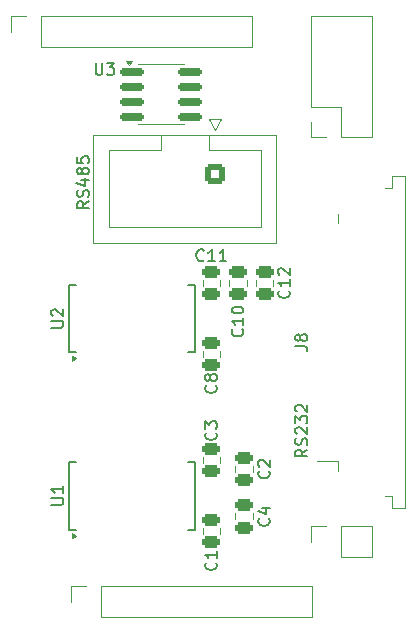
<source format=gto>
G04 #@! TF.GenerationSoftware,KiCad,Pcbnew,8.0.5*
G04 #@! TF.CreationDate,2024-09-14T16:10:14+01:00*
G04 #@! TF.ProjectId,DataShield,44617461-5368-4696-956c-642e6b696361,rev?*
G04 #@! TF.SameCoordinates,Original*
G04 #@! TF.FileFunction,Legend,Top*
G04 #@! TF.FilePolarity,Positive*
%FSLAX46Y46*%
G04 Gerber Fmt 4.6, Leading zero omitted, Abs format (unit mm)*
G04 Created by KiCad (PCBNEW 8.0.5) date 2024-09-14 16:10:14*
%MOMM*%
%LPD*%
G01*
G04 APERTURE LIST*
G04 Aperture macros list*
%AMRoundRect*
0 Rectangle with rounded corners*
0 $1 Rounding radius*
0 $2 $3 $4 $5 $6 $7 $8 $9 X,Y pos of 4 corners*
0 Add a 4 corners polygon primitive as box body*
4,1,4,$2,$3,$4,$5,$6,$7,$8,$9,$2,$3,0*
0 Add four circle primitives for the rounded corners*
1,1,$1+$1,$2,$3*
1,1,$1+$1,$4,$5*
1,1,$1+$1,$6,$7*
1,1,$1+$1,$8,$9*
0 Add four rect primitives between the rounded corners*
20,1,$1+$1,$2,$3,$4,$5,0*
20,1,$1+$1,$4,$5,$6,$7,0*
20,1,$1+$1,$6,$7,$8,$9,0*
20,1,$1+$1,$8,$9,$2,$3,0*%
G04 Aperture macros list end*
%ADD10C,0.150000*%
%ADD11C,0.120000*%
%ADD12R,1.700000X1.700000*%
%ADD13O,1.700000X1.700000*%
%ADD14R,2.000000X0.610000*%
%ADD15R,3.600000X2.680000*%
%ADD16C,3.200000*%
%ADD17RoundRect,0.250000X0.475000X-0.250000X0.475000X0.250000X-0.475000X0.250000X-0.475000X-0.250000X0*%
%ADD18RoundRect,0.250000X-0.475000X0.250000X-0.475000X-0.250000X0.475000X-0.250000X0.475000X0.250000X0*%
%ADD19RoundRect,0.150000X-0.825000X-0.150000X0.825000X-0.150000X0.825000X0.150000X-0.825000X0.150000X0*%
%ADD20RoundRect,0.250000X-0.600000X0.600000X-0.600000X-0.600000X0.600000X-0.600000X0.600000X0.600000X0*%
%ADD21C,1.700000*%
%ADD22R,0.450000X1.750000*%
G04 APERTURE END LIST*
D10*
X192369819Y-84591792D02*
X191893628Y-84925125D01*
X192369819Y-85163220D02*
X191369819Y-85163220D01*
X191369819Y-85163220D02*
X191369819Y-84782268D01*
X191369819Y-84782268D02*
X191417438Y-84687030D01*
X191417438Y-84687030D02*
X191465057Y-84639411D01*
X191465057Y-84639411D02*
X191560295Y-84591792D01*
X191560295Y-84591792D02*
X191703152Y-84591792D01*
X191703152Y-84591792D02*
X191798390Y-84639411D01*
X191798390Y-84639411D02*
X191846009Y-84687030D01*
X191846009Y-84687030D02*
X191893628Y-84782268D01*
X191893628Y-84782268D02*
X191893628Y-85163220D01*
X192322200Y-84210839D02*
X192369819Y-84067982D01*
X192369819Y-84067982D02*
X192369819Y-83829887D01*
X192369819Y-83829887D02*
X192322200Y-83734649D01*
X192322200Y-83734649D02*
X192274580Y-83687030D01*
X192274580Y-83687030D02*
X192179342Y-83639411D01*
X192179342Y-83639411D02*
X192084104Y-83639411D01*
X192084104Y-83639411D02*
X191988866Y-83687030D01*
X191988866Y-83687030D02*
X191941247Y-83734649D01*
X191941247Y-83734649D02*
X191893628Y-83829887D01*
X191893628Y-83829887D02*
X191846009Y-84020363D01*
X191846009Y-84020363D02*
X191798390Y-84115601D01*
X191798390Y-84115601D02*
X191750771Y-84163220D01*
X191750771Y-84163220D02*
X191655533Y-84210839D01*
X191655533Y-84210839D02*
X191560295Y-84210839D01*
X191560295Y-84210839D02*
X191465057Y-84163220D01*
X191465057Y-84163220D02*
X191417438Y-84115601D01*
X191417438Y-84115601D02*
X191369819Y-84020363D01*
X191369819Y-84020363D02*
X191369819Y-83782268D01*
X191369819Y-83782268D02*
X191417438Y-83639411D01*
X191465057Y-83258458D02*
X191417438Y-83210839D01*
X191417438Y-83210839D02*
X191369819Y-83115601D01*
X191369819Y-83115601D02*
X191369819Y-82877506D01*
X191369819Y-82877506D02*
X191417438Y-82782268D01*
X191417438Y-82782268D02*
X191465057Y-82734649D01*
X191465057Y-82734649D02*
X191560295Y-82687030D01*
X191560295Y-82687030D02*
X191655533Y-82687030D01*
X191655533Y-82687030D02*
X191798390Y-82734649D01*
X191798390Y-82734649D02*
X192369819Y-83306077D01*
X192369819Y-83306077D02*
X192369819Y-82687030D01*
X191369819Y-82353696D02*
X191369819Y-81734649D01*
X191369819Y-81734649D02*
X191750771Y-82067982D01*
X191750771Y-82067982D02*
X191750771Y-81925125D01*
X191750771Y-81925125D02*
X191798390Y-81829887D01*
X191798390Y-81829887D02*
X191846009Y-81782268D01*
X191846009Y-81782268D02*
X191941247Y-81734649D01*
X191941247Y-81734649D02*
X192179342Y-81734649D01*
X192179342Y-81734649D02*
X192274580Y-81782268D01*
X192274580Y-81782268D02*
X192322200Y-81829887D01*
X192322200Y-81829887D02*
X192369819Y-81925125D01*
X192369819Y-81925125D02*
X192369819Y-82210839D01*
X192369819Y-82210839D02*
X192322200Y-82306077D01*
X192322200Y-82306077D02*
X192274580Y-82353696D01*
X191465057Y-81353696D02*
X191417438Y-81306077D01*
X191417438Y-81306077D02*
X191369819Y-81210839D01*
X191369819Y-81210839D02*
X191369819Y-80972744D01*
X191369819Y-80972744D02*
X191417438Y-80877506D01*
X191417438Y-80877506D02*
X191465057Y-80829887D01*
X191465057Y-80829887D02*
X191560295Y-80782268D01*
X191560295Y-80782268D02*
X191655533Y-80782268D01*
X191655533Y-80782268D02*
X191798390Y-80829887D01*
X191798390Y-80829887D02*
X192369819Y-81401315D01*
X192369819Y-81401315D02*
X192369819Y-80782268D01*
X173869819Y-63591792D02*
X173393628Y-63925125D01*
X173869819Y-64163220D02*
X172869819Y-64163220D01*
X172869819Y-64163220D02*
X172869819Y-63782268D01*
X172869819Y-63782268D02*
X172917438Y-63687030D01*
X172917438Y-63687030D02*
X172965057Y-63639411D01*
X172965057Y-63639411D02*
X173060295Y-63591792D01*
X173060295Y-63591792D02*
X173203152Y-63591792D01*
X173203152Y-63591792D02*
X173298390Y-63639411D01*
X173298390Y-63639411D02*
X173346009Y-63687030D01*
X173346009Y-63687030D02*
X173393628Y-63782268D01*
X173393628Y-63782268D02*
X173393628Y-64163220D01*
X173822200Y-63210839D02*
X173869819Y-63067982D01*
X173869819Y-63067982D02*
X173869819Y-62829887D01*
X173869819Y-62829887D02*
X173822200Y-62734649D01*
X173822200Y-62734649D02*
X173774580Y-62687030D01*
X173774580Y-62687030D02*
X173679342Y-62639411D01*
X173679342Y-62639411D02*
X173584104Y-62639411D01*
X173584104Y-62639411D02*
X173488866Y-62687030D01*
X173488866Y-62687030D02*
X173441247Y-62734649D01*
X173441247Y-62734649D02*
X173393628Y-62829887D01*
X173393628Y-62829887D02*
X173346009Y-63020363D01*
X173346009Y-63020363D02*
X173298390Y-63115601D01*
X173298390Y-63115601D02*
X173250771Y-63163220D01*
X173250771Y-63163220D02*
X173155533Y-63210839D01*
X173155533Y-63210839D02*
X173060295Y-63210839D01*
X173060295Y-63210839D02*
X172965057Y-63163220D01*
X172965057Y-63163220D02*
X172917438Y-63115601D01*
X172917438Y-63115601D02*
X172869819Y-63020363D01*
X172869819Y-63020363D02*
X172869819Y-62782268D01*
X172869819Y-62782268D02*
X172917438Y-62639411D01*
X173203152Y-61782268D02*
X173869819Y-61782268D01*
X172822200Y-62020363D02*
X173536485Y-62258458D01*
X173536485Y-62258458D02*
X173536485Y-61639411D01*
X173298390Y-61115601D02*
X173250771Y-61210839D01*
X173250771Y-61210839D02*
X173203152Y-61258458D01*
X173203152Y-61258458D02*
X173107914Y-61306077D01*
X173107914Y-61306077D02*
X173060295Y-61306077D01*
X173060295Y-61306077D02*
X172965057Y-61258458D01*
X172965057Y-61258458D02*
X172917438Y-61210839D01*
X172917438Y-61210839D02*
X172869819Y-61115601D01*
X172869819Y-61115601D02*
X172869819Y-60925125D01*
X172869819Y-60925125D02*
X172917438Y-60829887D01*
X172917438Y-60829887D02*
X172965057Y-60782268D01*
X172965057Y-60782268D02*
X173060295Y-60734649D01*
X173060295Y-60734649D02*
X173107914Y-60734649D01*
X173107914Y-60734649D02*
X173203152Y-60782268D01*
X173203152Y-60782268D02*
X173250771Y-60829887D01*
X173250771Y-60829887D02*
X173298390Y-60925125D01*
X173298390Y-60925125D02*
X173298390Y-61115601D01*
X173298390Y-61115601D02*
X173346009Y-61210839D01*
X173346009Y-61210839D02*
X173393628Y-61258458D01*
X173393628Y-61258458D02*
X173488866Y-61306077D01*
X173488866Y-61306077D02*
X173679342Y-61306077D01*
X173679342Y-61306077D02*
X173774580Y-61258458D01*
X173774580Y-61258458D02*
X173822200Y-61210839D01*
X173822200Y-61210839D02*
X173869819Y-61115601D01*
X173869819Y-61115601D02*
X173869819Y-60925125D01*
X173869819Y-60925125D02*
X173822200Y-60829887D01*
X173822200Y-60829887D02*
X173774580Y-60782268D01*
X173774580Y-60782268D02*
X173679342Y-60734649D01*
X173679342Y-60734649D02*
X173488866Y-60734649D01*
X173488866Y-60734649D02*
X173393628Y-60782268D01*
X173393628Y-60782268D02*
X173346009Y-60829887D01*
X173346009Y-60829887D02*
X173298390Y-60925125D01*
X172869819Y-59829887D02*
X172869819Y-60306077D01*
X172869819Y-60306077D02*
X173346009Y-60353696D01*
X173346009Y-60353696D02*
X173298390Y-60306077D01*
X173298390Y-60306077D02*
X173250771Y-60210839D01*
X173250771Y-60210839D02*
X173250771Y-59972744D01*
X173250771Y-59972744D02*
X173298390Y-59877506D01*
X173298390Y-59877506D02*
X173346009Y-59829887D01*
X173346009Y-59829887D02*
X173441247Y-59782268D01*
X173441247Y-59782268D02*
X173679342Y-59782268D01*
X173679342Y-59782268D02*
X173774580Y-59829887D01*
X173774580Y-59829887D02*
X173822200Y-59877506D01*
X173822200Y-59877506D02*
X173869819Y-59972744D01*
X173869819Y-59972744D02*
X173869819Y-60210839D01*
X173869819Y-60210839D02*
X173822200Y-60306077D01*
X173822200Y-60306077D02*
X173774580Y-60353696D01*
X191364819Y-75833333D02*
X192079104Y-75833333D01*
X192079104Y-75833333D02*
X192221961Y-75880952D01*
X192221961Y-75880952D02*
X192317200Y-75976190D01*
X192317200Y-75976190D02*
X192364819Y-76119047D01*
X192364819Y-76119047D02*
X192364819Y-76214285D01*
X191793390Y-75214285D02*
X191745771Y-75309523D01*
X191745771Y-75309523D02*
X191698152Y-75357142D01*
X191698152Y-75357142D02*
X191602914Y-75404761D01*
X191602914Y-75404761D02*
X191555295Y-75404761D01*
X191555295Y-75404761D02*
X191460057Y-75357142D01*
X191460057Y-75357142D02*
X191412438Y-75309523D01*
X191412438Y-75309523D02*
X191364819Y-75214285D01*
X191364819Y-75214285D02*
X191364819Y-75023809D01*
X191364819Y-75023809D02*
X191412438Y-74928571D01*
X191412438Y-74928571D02*
X191460057Y-74880952D01*
X191460057Y-74880952D02*
X191555295Y-74833333D01*
X191555295Y-74833333D02*
X191602914Y-74833333D01*
X191602914Y-74833333D02*
X191698152Y-74880952D01*
X191698152Y-74880952D02*
X191745771Y-74928571D01*
X191745771Y-74928571D02*
X191793390Y-75023809D01*
X191793390Y-75023809D02*
X191793390Y-75214285D01*
X191793390Y-75214285D02*
X191841009Y-75309523D01*
X191841009Y-75309523D02*
X191888628Y-75357142D01*
X191888628Y-75357142D02*
X191983866Y-75404761D01*
X191983866Y-75404761D02*
X192174342Y-75404761D01*
X192174342Y-75404761D02*
X192269580Y-75357142D01*
X192269580Y-75357142D02*
X192317200Y-75309523D01*
X192317200Y-75309523D02*
X192364819Y-75214285D01*
X192364819Y-75214285D02*
X192364819Y-75023809D01*
X192364819Y-75023809D02*
X192317200Y-74928571D01*
X192317200Y-74928571D02*
X192269580Y-74880952D01*
X192269580Y-74880952D02*
X192174342Y-74833333D01*
X192174342Y-74833333D02*
X191983866Y-74833333D01*
X191983866Y-74833333D02*
X191888628Y-74880952D01*
X191888628Y-74880952D02*
X191841009Y-74928571D01*
X191841009Y-74928571D02*
X191793390Y-75023809D01*
X186859580Y-74392857D02*
X186907200Y-74440476D01*
X186907200Y-74440476D02*
X186954819Y-74583333D01*
X186954819Y-74583333D02*
X186954819Y-74678571D01*
X186954819Y-74678571D02*
X186907200Y-74821428D01*
X186907200Y-74821428D02*
X186811961Y-74916666D01*
X186811961Y-74916666D02*
X186716723Y-74964285D01*
X186716723Y-74964285D02*
X186526247Y-75011904D01*
X186526247Y-75011904D02*
X186383390Y-75011904D01*
X186383390Y-75011904D02*
X186192914Y-74964285D01*
X186192914Y-74964285D02*
X186097676Y-74916666D01*
X186097676Y-74916666D02*
X186002438Y-74821428D01*
X186002438Y-74821428D02*
X185954819Y-74678571D01*
X185954819Y-74678571D02*
X185954819Y-74583333D01*
X185954819Y-74583333D02*
X186002438Y-74440476D01*
X186002438Y-74440476D02*
X186050057Y-74392857D01*
X186954819Y-73440476D02*
X186954819Y-74011904D01*
X186954819Y-73726190D02*
X185954819Y-73726190D01*
X185954819Y-73726190D02*
X186097676Y-73821428D01*
X186097676Y-73821428D02*
X186192914Y-73916666D01*
X186192914Y-73916666D02*
X186240533Y-74011904D01*
X185954819Y-72821428D02*
X185954819Y-72726190D01*
X185954819Y-72726190D02*
X186002438Y-72630952D01*
X186002438Y-72630952D02*
X186050057Y-72583333D01*
X186050057Y-72583333D02*
X186145295Y-72535714D01*
X186145295Y-72535714D02*
X186335771Y-72488095D01*
X186335771Y-72488095D02*
X186573866Y-72488095D01*
X186573866Y-72488095D02*
X186764342Y-72535714D01*
X186764342Y-72535714D02*
X186859580Y-72583333D01*
X186859580Y-72583333D02*
X186907200Y-72630952D01*
X186907200Y-72630952D02*
X186954819Y-72726190D01*
X186954819Y-72726190D02*
X186954819Y-72821428D01*
X186954819Y-72821428D02*
X186907200Y-72916666D01*
X186907200Y-72916666D02*
X186859580Y-72964285D01*
X186859580Y-72964285D02*
X186764342Y-73011904D01*
X186764342Y-73011904D02*
X186573866Y-73059523D01*
X186573866Y-73059523D02*
X186335771Y-73059523D01*
X186335771Y-73059523D02*
X186145295Y-73011904D01*
X186145295Y-73011904D02*
X186050057Y-72964285D01*
X186050057Y-72964285D02*
X186002438Y-72916666D01*
X186002438Y-72916666D02*
X185954819Y-72821428D01*
X184609580Y-83166666D02*
X184657200Y-83214285D01*
X184657200Y-83214285D02*
X184704819Y-83357142D01*
X184704819Y-83357142D02*
X184704819Y-83452380D01*
X184704819Y-83452380D02*
X184657200Y-83595237D01*
X184657200Y-83595237D02*
X184561961Y-83690475D01*
X184561961Y-83690475D02*
X184466723Y-83738094D01*
X184466723Y-83738094D02*
X184276247Y-83785713D01*
X184276247Y-83785713D02*
X184133390Y-83785713D01*
X184133390Y-83785713D02*
X183942914Y-83738094D01*
X183942914Y-83738094D02*
X183847676Y-83690475D01*
X183847676Y-83690475D02*
X183752438Y-83595237D01*
X183752438Y-83595237D02*
X183704819Y-83452380D01*
X183704819Y-83452380D02*
X183704819Y-83357142D01*
X183704819Y-83357142D02*
X183752438Y-83214285D01*
X183752438Y-83214285D02*
X183800057Y-83166666D01*
X183704819Y-82833332D02*
X183704819Y-82214285D01*
X183704819Y-82214285D02*
X184085771Y-82547618D01*
X184085771Y-82547618D02*
X184085771Y-82404761D01*
X184085771Y-82404761D02*
X184133390Y-82309523D01*
X184133390Y-82309523D02*
X184181009Y-82261904D01*
X184181009Y-82261904D02*
X184276247Y-82214285D01*
X184276247Y-82214285D02*
X184514342Y-82214285D01*
X184514342Y-82214285D02*
X184609580Y-82261904D01*
X184609580Y-82261904D02*
X184657200Y-82309523D01*
X184657200Y-82309523D02*
X184704819Y-82404761D01*
X184704819Y-82404761D02*
X184704819Y-82690475D01*
X184704819Y-82690475D02*
X184657200Y-82785713D01*
X184657200Y-82785713D02*
X184609580Y-82833332D01*
X174438095Y-51854819D02*
X174438095Y-52664342D01*
X174438095Y-52664342D02*
X174485714Y-52759580D01*
X174485714Y-52759580D02*
X174533333Y-52807200D01*
X174533333Y-52807200D02*
X174628571Y-52854819D01*
X174628571Y-52854819D02*
X174819047Y-52854819D01*
X174819047Y-52854819D02*
X174914285Y-52807200D01*
X174914285Y-52807200D02*
X174961904Y-52759580D01*
X174961904Y-52759580D02*
X175009523Y-52664342D01*
X175009523Y-52664342D02*
X175009523Y-51854819D01*
X175390476Y-51854819D02*
X176009523Y-51854819D01*
X176009523Y-51854819D02*
X175676190Y-52235771D01*
X175676190Y-52235771D02*
X175819047Y-52235771D01*
X175819047Y-52235771D02*
X175914285Y-52283390D01*
X175914285Y-52283390D02*
X175961904Y-52331009D01*
X175961904Y-52331009D02*
X176009523Y-52426247D01*
X176009523Y-52426247D02*
X176009523Y-52664342D01*
X176009523Y-52664342D02*
X175961904Y-52759580D01*
X175961904Y-52759580D02*
X175914285Y-52807200D01*
X175914285Y-52807200D02*
X175819047Y-52854819D01*
X175819047Y-52854819D02*
X175533333Y-52854819D01*
X175533333Y-52854819D02*
X175438095Y-52807200D01*
X175438095Y-52807200D02*
X175390476Y-52759580D01*
X184609580Y-79166666D02*
X184657200Y-79214285D01*
X184657200Y-79214285D02*
X184704819Y-79357142D01*
X184704819Y-79357142D02*
X184704819Y-79452380D01*
X184704819Y-79452380D02*
X184657200Y-79595237D01*
X184657200Y-79595237D02*
X184561961Y-79690475D01*
X184561961Y-79690475D02*
X184466723Y-79738094D01*
X184466723Y-79738094D02*
X184276247Y-79785713D01*
X184276247Y-79785713D02*
X184133390Y-79785713D01*
X184133390Y-79785713D02*
X183942914Y-79738094D01*
X183942914Y-79738094D02*
X183847676Y-79690475D01*
X183847676Y-79690475D02*
X183752438Y-79595237D01*
X183752438Y-79595237D02*
X183704819Y-79452380D01*
X183704819Y-79452380D02*
X183704819Y-79357142D01*
X183704819Y-79357142D02*
X183752438Y-79214285D01*
X183752438Y-79214285D02*
X183800057Y-79166666D01*
X184133390Y-78595237D02*
X184085771Y-78690475D01*
X184085771Y-78690475D02*
X184038152Y-78738094D01*
X184038152Y-78738094D02*
X183942914Y-78785713D01*
X183942914Y-78785713D02*
X183895295Y-78785713D01*
X183895295Y-78785713D02*
X183800057Y-78738094D01*
X183800057Y-78738094D02*
X183752438Y-78690475D01*
X183752438Y-78690475D02*
X183704819Y-78595237D01*
X183704819Y-78595237D02*
X183704819Y-78404761D01*
X183704819Y-78404761D02*
X183752438Y-78309523D01*
X183752438Y-78309523D02*
X183800057Y-78261904D01*
X183800057Y-78261904D02*
X183895295Y-78214285D01*
X183895295Y-78214285D02*
X183942914Y-78214285D01*
X183942914Y-78214285D02*
X184038152Y-78261904D01*
X184038152Y-78261904D02*
X184085771Y-78309523D01*
X184085771Y-78309523D02*
X184133390Y-78404761D01*
X184133390Y-78404761D02*
X184133390Y-78595237D01*
X184133390Y-78595237D02*
X184181009Y-78690475D01*
X184181009Y-78690475D02*
X184228628Y-78738094D01*
X184228628Y-78738094D02*
X184323866Y-78785713D01*
X184323866Y-78785713D02*
X184514342Y-78785713D01*
X184514342Y-78785713D02*
X184609580Y-78738094D01*
X184609580Y-78738094D02*
X184657200Y-78690475D01*
X184657200Y-78690475D02*
X184704819Y-78595237D01*
X184704819Y-78595237D02*
X184704819Y-78404761D01*
X184704819Y-78404761D02*
X184657200Y-78309523D01*
X184657200Y-78309523D02*
X184609580Y-78261904D01*
X184609580Y-78261904D02*
X184514342Y-78214285D01*
X184514342Y-78214285D02*
X184323866Y-78214285D01*
X184323866Y-78214285D02*
X184228628Y-78261904D01*
X184228628Y-78261904D02*
X184181009Y-78309523D01*
X184181009Y-78309523D02*
X184133390Y-78404761D01*
X189109580Y-86416666D02*
X189157200Y-86464285D01*
X189157200Y-86464285D02*
X189204819Y-86607142D01*
X189204819Y-86607142D02*
X189204819Y-86702380D01*
X189204819Y-86702380D02*
X189157200Y-86845237D01*
X189157200Y-86845237D02*
X189061961Y-86940475D01*
X189061961Y-86940475D02*
X188966723Y-86988094D01*
X188966723Y-86988094D02*
X188776247Y-87035713D01*
X188776247Y-87035713D02*
X188633390Y-87035713D01*
X188633390Y-87035713D02*
X188442914Y-86988094D01*
X188442914Y-86988094D02*
X188347676Y-86940475D01*
X188347676Y-86940475D02*
X188252438Y-86845237D01*
X188252438Y-86845237D02*
X188204819Y-86702380D01*
X188204819Y-86702380D02*
X188204819Y-86607142D01*
X188204819Y-86607142D02*
X188252438Y-86464285D01*
X188252438Y-86464285D02*
X188300057Y-86416666D01*
X188300057Y-86035713D02*
X188252438Y-85988094D01*
X188252438Y-85988094D02*
X188204819Y-85892856D01*
X188204819Y-85892856D02*
X188204819Y-85654761D01*
X188204819Y-85654761D02*
X188252438Y-85559523D01*
X188252438Y-85559523D02*
X188300057Y-85511904D01*
X188300057Y-85511904D02*
X188395295Y-85464285D01*
X188395295Y-85464285D02*
X188490533Y-85464285D01*
X188490533Y-85464285D02*
X188633390Y-85511904D01*
X188633390Y-85511904D02*
X189204819Y-86083332D01*
X189204819Y-86083332D02*
X189204819Y-85464285D01*
X183607142Y-68559580D02*
X183559523Y-68607200D01*
X183559523Y-68607200D02*
X183416666Y-68654819D01*
X183416666Y-68654819D02*
X183321428Y-68654819D01*
X183321428Y-68654819D02*
X183178571Y-68607200D01*
X183178571Y-68607200D02*
X183083333Y-68511961D01*
X183083333Y-68511961D02*
X183035714Y-68416723D01*
X183035714Y-68416723D02*
X182988095Y-68226247D01*
X182988095Y-68226247D02*
X182988095Y-68083390D01*
X182988095Y-68083390D02*
X183035714Y-67892914D01*
X183035714Y-67892914D02*
X183083333Y-67797676D01*
X183083333Y-67797676D02*
X183178571Y-67702438D01*
X183178571Y-67702438D02*
X183321428Y-67654819D01*
X183321428Y-67654819D02*
X183416666Y-67654819D01*
X183416666Y-67654819D02*
X183559523Y-67702438D01*
X183559523Y-67702438D02*
X183607142Y-67750057D01*
X184559523Y-68654819D02*
X183988095Y-68654819D01*
X184273809Y-68654819D02*
X184273809Y-67654819D01*
X184273809Y-67654819D02*
X184178571Y-67797676D01*
X184178571Y-67797676D02*
X184083333Y-67892914D01*
X184083333Y-67892914D02*
X183988095Y-67940533D01*
X185511904Y-68654819D02*
X184940476Y-68654819D01*
X185226190Y-68654819D02*
X185226190Y-67654819D01*
X185226190Y-67654819D02*
X185130952Y-67797676D01*
X185130952Y-67797676D02*
X185035714Y-67892914D01*
X185035714Y-67892914D02*
X184940476Y-67940533D01*
X170704819Y-74261904D02*
X171514342Y-74261904D01*
X171514342Y-74261904D02*
X171609580Y-74214285D01*
X171609580Y-74214285D02*
X171657200Y-74166666D01*
X171657200Y-74166666D02*
X171704819Y-74071428D01*
X171704819Y-74071428D02*
X171704819Y-73880952D01*
X171704819Y-73880952D02*
X171657200Y-73785714D01*
X171657200Y-73785714D02*
X171609580Y-73738095D01*
X171609580Y-73738095D02*
X171514342Y-73690476D01*
X171514342Y-73690476D02*
X170704819Y-73690476D01*
X170800057Y-73261904D02*
X170752438Y-73214285D01*
X170752438Y-73214285D02*
X170704819Y-73119047D01*
X170704819Y-73119047D02*
X170704819Y-72880952D01*
X170704819Y-72880952D02*
X170752438Y-72785714D01*
X170752438Y-72785714D02*
X170800057Y-72738095D01*
X170800057Y-72738095D02*
X170895295Y-72690476D01*
X170895295Y-72690476D02*
X170990533Y-72690476D01*
X170990533Y-72690476D02*
X171133390Y-72738095D01*
X171133390Y-72738095D02*
X171704819Y-73309523D01*
X171704819Y-73309523D02*
X171704819Y-72690476D01*
X189109580Y-90416666D02*
X189157200Y-90464285D01*
X189157200Y-90464285D02*
X189204819Y-90607142D01*
X189204819Y-90607142D02*
X189204819Y-90702380D01*
X189204819Y-90702380D02*
X189157200Y-90845237D01*
X189157200Y-90845237D02*
X189061961Y-90940475D01*
X189061961Y-90940475D02*
X188966723Y-90988094D01*
X188966723Y-90988094D02*
X188776247Y-91035713D01*
X188776247Y-91035713D02*
X188633390Y-91035713D01*
X188633390Y-91035713D02*
X188442914Y-90988094D01*
X188442914Y-90988094D02*
X188347676Y-90940475D01*
X188347676Y-90940475D02*
X188252438Y-90845237D01*
X188252438Y-90845237D02*
X188204819Y-90702380D01*
X188204819Y-90702380D02*
X188204819Y-90607142D01*
X188204819Y-90607142D02*
X188252438Y-90464285D01*
X188252438Y-90464285D02*
X188300057Y-90416666D01*
X188538152Y-89559523D02*
X189204819Y-89559523D01*
X188157200Y-89797618D02*
X188871485Y-90035713D01*
X188871485Y-90035713D02*
X188871485Y-89416666D01*
X184609580Y-94166666D02*
X184657200Y-94214285D01*
X184657200Y-94214285D02*
X184704819Y-94357142D01*
X184704819Y-94357142D02*
X184704819Y-94452380D01*
X184704819Y-94452380D02*
X184657200Y-94595237D01*
X184657200Y-94595237D02*
X184561961Y-94690475D01*
X184561961Y-94690475D02*
X184466723Y-94738094D01*
X184466723Y-94738094D02*
X184276247Y-94785713D01*
X184276247Y-94785713D02*
X184133390Y-94785713D01*
X184133390Y-94785713D02*
X183942914Y-94738094D01*
X183942914Y-94738094D02*
X183847676Y-94690475D01*
X183847676Y-94690475D02*
X183752438Y-94595237D01*
X183752438Y-94595237D02*
X183704819Y-94452380D01*
X183704819Y-94452380D02*
X183704819Y-94357142D01*
X183704819Y-94357142D02*
X183752438Y-94214285D01*
X183752438Y-94214285D02*
X183800057Y-94166666D01*
X184704819Y-93214285D02*
X184704819Y-93785713D01*
X184704819Y-93499999D02*
X183704819Y-93499999D01*
X183704819Y-93499999D02*
X183847676Y-93595237D01*
X183847676Y-93595237D02*
X183942914Y-93690475D01*
X183942914Y-93690475D02*
X183990533Y-93785713D01*
X170704819Y-89261904D02*
X171514342Y-89261904D01*
X171514342Y-89261904D02*
X171609580Y-89214285D01*
X171609580Y-89214285D02*
X171657200Y-89166666D01*
X171657200Y-89166666D02*
X171704819Y-89071428D01*
X171704819Y-89071428D02*
X171704819Y-88880952D01*
X171704819Y-88880952D02*
X171657200Y-88785714D01*
X171657200Y-88785714D02*
X171609580Y-88738095D01*
X171609580Y-88738095D02*
X171514342Y-88690476D01*
X171514342Y-88690476D02*
X170704819Y-88690476D01*
X171704819Y-87690476D02*
X171704819Y-88261904D01*
X171704819Y-87976190D02*
X170704819Y-87976190D01*
X170704819Y-87976190D02*
X170847676Y-88071428D01*
X170847676Y-88071428D02*
X170942914Y-88166666D01*
X170942914Y-88166666D02*
X170990533Y-88261904D01*
X190789580Y-71142857D02*
X190837200Y-71190476D01*
X190837200Y-71190476D02*
X190884819Y-71333333D01*
X190884819Y-71333333D02*
X190884819Y-71428571D01*
X190884819Y-71428571D02*
X190837200Y-71571428D01*
X190837200Y-71571428D02*
X190741961Y-71666666D01*
X190741961Y-71666666D02*
X190646723Y-71714285D01*
X190646723Y-71714285D02*
X190456247Y-71761904D01*
X190456247Y-71761904D02*
X190313390Y-71761904D01*
X190313390Y-71761904D02*
X190122914Y-71714285D01*
X190122914Y-71714285D02*
X190027676Y-71666666D01*
X190027676Y-71666666D02*
X189932438Y-71571428D01*
X189932438Y-71571428D02*
X189884819Y-71428571D01*
X189884819Y-71428571D02*
X189884819Y-71333333D01*
X189884819Y-71333333D02*
X189932438Y-71190476D01*
X189932438Y-71190476D02*
X189980057Y-71142857D01*
X190884819Y-70190476D02*
X190884819Y-70761904D01*
X190884819Y-70476190D02*
X189884819Y-70476190D01*
X189884819Y-70476190D02*
X190027676Y-70571428D01*
X190027676Y-70571428D02*
X190122914Y-70666666D01*
X190122914Y-70666666D02*
X190170533Y-70761904D01*
X189980057Y-69809523D02*
X189932438Y-69761904D01*
X189932438Y-69761904D02*
X189884819Y-69666666D01*
X189884819Y-69666666D02*
X189884819Y-69428571D01*
X189884819Y-69428571D02*
X189932438Y-69333333D01*
X189932438Y-69333333D02*
X189980057Y-69285714D01*
X189980057Y-69285714D02*
X190075295Y-69238095D01*
X190075295Y-69238095D02*
X190170533Y-69238095D01*
X190170533Y-69238095D02*
X190313390Y-69285714D01*
X190313390Y-69285714D02*
X190884819Y-69857142D01*
X190884819Y-69857142D02*
X190884819Y-69238095D01*
D11*
X172330000Y-96130000D02*
X173660000Y-96130000D01*
X172330000Y-97460000D02*
X172330000Y-96130000D01*
X174930000Y-96130000D02*
X192770000Y-96130000D01*
X174930000Y-98790000D02*
X174930000Y-96130000D01*
X174930000Y-98790000D02*
X192770000Y-98790000D01*
X192770000Y-98790000D02*
X192770000Y-96130000D01*
X167250000Y-47870000D02*
X168580000Y-47870000D01*
X167250000Y-49200000D02*
X167250000Y-47870000D01*
X169850000Y-47870000D02*
X187690000Y-47870000D01*
X169850000Y-50530000D02*
X169850000Y-47870000D01*
X169850000Y-50530000D02*
X187690000Y-50530000D01*
X187690000Y-50530000D02*
X187690000Y-47870000D01*
X195000000Y-65435000D02*
X195000000Y-64610000D01*
X195000000Y-85565000D02*
X193200000Y-85565000D01*
X195000000Y-86390000D02*
X195000000Y-85565000D01*
X198970000Y-62455000D02*
X199510000Y-62455000D01*
X199510000Y-61430000D02*
X200620000Y-61430000D01*
X199510000Y-62455000D02*
X199510000Y-61430000D01*
X199510000Y-88545000D02*
X198970000Y-88545000D01*
X199510000Y-89570000D02*
X199510000Y-88545000D01*
X200620000Y-61430000D02*
X200620000Y-89570000D01*
X200620000Y-89570000D02*
X199510000Y-89570000D01*
X192650000Y-91050000D02*
X193980000Y-91050000D01*
X192650000Y-92380000D02*
X192650000Y-91050000D01*
X195250000Y-91050000D02*
X197850000Y-91050000D01*
X195250000Y-93710000D02*
X195250000Y-91050000D01*
X195250000Y-93710000D02*
X197850000Y-93710000D01*
X197850000Y-93710000D02*
X197850000Y-91050000D01*
X192650000Y-55550000D02*
X192650000Y-47870000D01*
X192650000Y-58150000D02*
X192650000Y-56820000D01*
X193980000Y-58150000D02*
X192650000Y-58150000D01*
X195250000Y-55550000D02*
X192650000Y-55550000D01*
X195250000Y-58150000D02*
X195250000Y-55550000D01*
X197850000Y-47870000D02*
X192650000Y-47870000D01*
X197850000Y-58150000D02*
X195250000Y-58150000D01*
X197850000Y-58150000D02*
X197850000Y-47870000D01*
X185765000Y-70761252D02*
X185765000Y-70238748D01*
X187235000Y-70761252D02*
X187235000Y-70238748D01*
X183515000Y-85238748D02*
X183515000Y-85761252D01*
X184985000Y-85238748D02*
X184985000Y-85761252D01*
X180000000Y-51940000D02*
X178050000Y-51940000D01*
X180000000Y-51940000D02*
X181950000Y-51940000D01*
X180000000Y-57060000D02*
X178050000Y-57060000D01*
X180000000Y-57060000D02*
X181950000Y-57060000D01*
X177300000Y-52035000D02*
X177060000Y-51705000D01*
X177540000Y-51705000D01*
X177300000Y-52035000D01*
G36*
X177300000Y-52035000D02*
G01*
X177060000Y-51705000D01*
X177540000Y-51705000D01*
X177300000Y-52035000D01*
G37*
X183515000Y-76238748D02*
X183515000Y-76761252D01*
X184985000Y-76238748D02*
X184985000Y-76761252D01*
X186265000Y-86511252D02*
X186265000Y-85988748D01*
X187735000Y-86511252D02*
X187735000Y-85988748D01*
X183515000Y-70238748D02*
X183515000Y-70761252D01*
X184985000Y-70238748D02*
X184985000Y-70761252D01*
X174255000Y-57957500D02*
X189755000Y-57957500D01*
X174255000Y-67077500D02*
X174255000Y-57957500D01*
X175555000Y-59267500D02*
X179955000Y-59267500D01*
X175555000Y-65767500D02*
X175555000Y-59267500D01*
X179955000Y-59267500D02*
X179955000Y-57957500D01*
X179955000Y-59267500D02*
X179955000Y-59267500D01*
X184045000Y-56567500D02*
X184545000Y-57567500D01*
X184055000Y-57957500D02*
X184055000Y-59267500D01*
X184055000Y-59267500D02*
X188455000Y-59267500D01*
X184545000Y-57567500D02*
X185045000Y-56567500D01*
X185045000Y-56567500D02*
X184045000Y-56567500D01*
X188455000Y-59267500D02*
X188455000Y-65767500D01*
X188455000Y-65767500D02*
X175555000Y-65767500D01*
X189755000Y-57957500D02*
X189755000Y-67077500D01*
X189755000Y-67077500D02*
X174255000Y-67077500D01*
D10*
X172175000Y-70625000D02*
X172750000Y-70625000D01*
X172175000Y-76375000D02*
X172175000Y-70625000D01*
X172175000Y-76375000D02*
X172750000Y-76375000D01*
X182250000Y-70625000D02*
X182825000Y-70625000D01*
X182250000Y-76375000D02*
X182825000Y-76375000D01*
X182825000Y-76375000D02*
X182825000Y-70625000D01*
D11*
X172750000Y-76875000D02*
X172420000Y-77115000D01*
X172420000Y-76635000D01*
X172750000Y-76875000D01*
G36*
X172750000Y-76875000D02*
G01*
X172420000Y-77115000D01*
X172420000Y-76635000D01*
X172750000Y-76875000D01*
G37*
X186265000Y-90511252D02*
X186265000Y-89988748D01*
X187735000Y-90511252D02*
X187735000Y-89988748D01*
X183515000Y-91238748D02*
X183515000Y-91761252D01*
X184985000Y-91238748D02*
X184985000Y-91761252D01*
D10*
X172175000Y-85625000D02*
X172750000Y-85625000D01*
X172175000Y-91375000D02*
X172175000Y-85625000D01*
X172175000Y-91375000D02*
X172750000Y-91375000D01*
X182250000Y-85625000D02*
X182825000Y-85625000D01*
X182250000Y-91375000D02*
X182825000Y-91375000D01*
X182825000Y-91375000D02*
X182825000Y-85625000D01*
D11*
X172750000Y-91875000D02*
X172420000Y-92115000D01*
X172420000Y-91635000D01*
X172750000Y-91875000D01*
G36*
X172750000Y-91875000D02*
G01*
X172420000Y-92115000D01*
X172420000Y-91635000D01*
X172750000Y-91875000D01*
G37*
X188015000Y-70238748D02*
X188015000Y-70761252D01*
X189485000Y-70238748D02*
X189485000Y-70761252D01*
%LPC*%
D12*
X173660000Y-97460000D03*
D13*
X176200000Y-97460000D03*
X178740000Y-97460000D03*
X181280000Y-97460000D03*
X183820000Y-97460000D03*
X186360000Y-97460000D03*
X188900000Y-97460000D03*
X191440000Y-97460000D03*
D12*
X168580000Y-49200000D03*
D13*
X171120000Y-49200000D03*
X173660000Y-49200000D03*
X176200000Y-49200000D03*
X178740000Y-49200000D03*
X181280000Y-49200000D03*
X183820000Y-49200000D03*
X186360000Y-49200000D03*
D14*
X194110000Y-85000000D03*
X194110000Y-84000000D03*
X194110000Y-83000000D03*
X194110000Y-82000000D03*
X194110000Y-81000000D03*
X194110000Y-80000000D03*
X194110000Y-79000000D03*
X194110000Y-78000000D03*
X194110000Y-77000000D03*
X194110000Y-76000000D03*
X194110000Y-75000000D03*
X194110000Y-74000000D03*
X194110000Y-73000000D03*
X194110000Y-72000000D03*
X194110000Y-71000000D03*
X194110000Y-70000000D03*
X194110000Y-69000000D03*
X194110000Y-68000000D03*
X194110000Y-67000000D03*
X194110000Y-66000000D03*
D15*
X196910000Y-87990000D03*
X196910000Y-63010000D03*
D12*
X193980000Y-92380000D03*
D13*
X196520000Y-92380000D03*
D16*
X196520000Y-97460000D03*
D12*
X193980000Y-56820000D03*
D13*
X196520000Y-56820000D03*
X193980000Y-54280000D03*
X196520000Y-54280000D03*
X193980000Y-51740000D03*
X196520000Y-51740000D03*
X193980000Y-49200000D03*
X196520000Y-49200000D03*
D17*
X186500000Y-71450000D03*
X186500000Y-69550000D03*
D18*
X184250000Y-84550000D03*
X184250000Y-86450000D03*
D19*
X177525000Y-52595000D03*
X177525000Y-53865000D03*
X177525000Y-55135000D03*
X177525000Y-56405000D03*
X182475000Y-56405000D03*
X182475000Y-55135000D03*
X182475000Y-53865000D03*
X182475000Y-52595000D03*
D18*
X184250000Y-75550000D03*
X184250000Y-77450000D03*
D17*
X187000000Y-87200000D03*
X187000000Y-85300000D03*
D18*
X184250000Y-69550000D03*
X184250000Y-71450000D03*
D20*
X184545000Y-61247500D03*
D21*
X184545000Y-63787500D03*
X182005000Y-61247500D03*
X182005000Y-63787500D03*
X179465000Y-61247500D03*
X179465000Y-63787500D03*
D22*
X173275000Y-77100000D03*
X173925000Y-77100000D03*
X174575000Y-77100000D03*
X175225000Y-77100000D03*
X175875000Y-77100000D03*
X176525000Y-77100000D03*
X177175000Y-77100000D03*
X177825000Y-77100000D03*
X178475000Y-77100000D03*
X179125000Y-77100000D03*
X179775000Y-77100000D03*
X180425000Y-77100000D03*
X181075000Y-77100000D03*
X181725000Y-77100000D03*
X181725000Y-69900000D03*
X181075000Y-69900000D03*
X180425000Y-69900000D03*
X179775000Y-69900000D03*
X179125000Y-69900000D03*
X178475000Y-69900000D03*
X177825000Y-69900000D03*
X177175000Y-69900000D03*
X176525000Y-69900000D03*
X175875000Y-69900000D03*
X175225000Y-69900000D03*
X174575000Y-69900000D03*
X173925000Y-69900000D03*
X173275000Y-69900000D03*
D17*
X187000000Y-91200000D03*
X187000000Y-89300000D03*
D18*
X184250000Y-90550000D03*
X184250000Y-92450000D03*
D22*
X173275000Y-92100000D03*
X173925000Y-92100000D03*
X174575000Y-92100000D03*
X175225000Y-92100000D03*
X175875000Y-92100000D03*
X176525000Y-92100000D03*
X177175000Y-92100000D03*
X177825000Y-92100000D03*
X178475000Y-92100000D03*
X179125000Y-92100000D03*
X179775000Y-92100000D03*
X180425000Y-92100000D03*
X181075000Y-92100000D03*
X181725000Y-92100000D03*
X181725000Y-84900000D03*
X181075000Y-84900000D03*
X180425000Y-84900000D03*
X179775000Y-84900000D03*
X179125000Y-84900000D03*
X178475000Y-84900000D03*
X177825000Y-84900000D03*
X177175000Y-84900000D03*
X176525000Y-84900000D03*
X175875000Y-84900000D03*
X175225000Y-84900000D03*
X174575000Y-84900000D03*
X173925000Y-84900000D03*
X173275000Y-84900000D03*
D18*
X188750000Y-69550000D03*
X188750000Y-71450000D03*
D16*
X190170000Y-49200000D03*
%LPD*%
M02*

</source>
